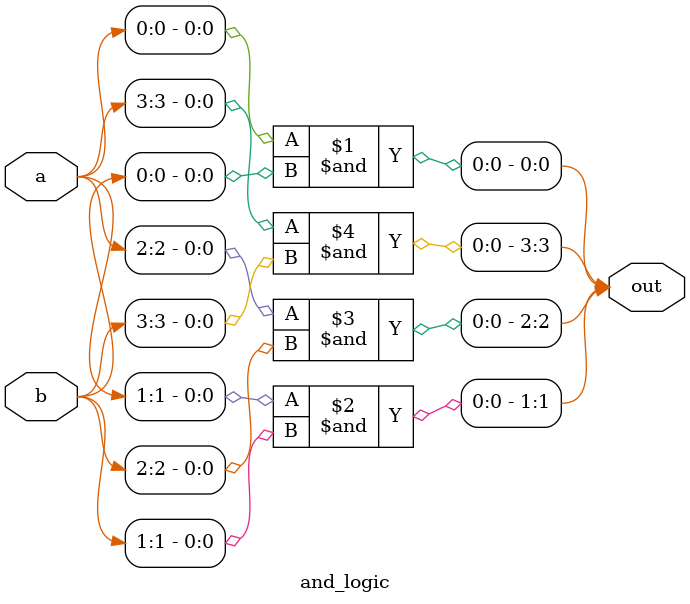
<source format=v>
module ALU_4BIT(a,b,finalout,cin,cout,ctrl);
input [3:0] a;
input [3:0] b;
output [3:0] finalout;
input cin;
output cout;
input [2:0] ctrl;

wire[3:0]value; 
wire[3:0]value3 ;
wire[3:0]value4;
wire[3:0]value5;
wire[3:0]value6;
wire value2;
wire [3:0]or1;
wire [3:0]and1;

adder_cum_sub a1(value,value2,a,b,cin);
assign cout=value2;
shl a6(a,value3);
shr a7(a,value4);
rotate_shifter_left a2(a,value5);
rotate_shifter_right a3(a,value6);
or_logic a4(a,b,or1);
and_logic a5(a,b,and1);



assign finalout[0]= (~(ctrl[0]))&((~(ctrl[1])))&(~(ctrl[2]))&(value[0])        |
                   ((ctrl[0]))&((~(ctrl[1])))&(~(ctrl[2]))&(value[0])          |
			         (~(ctrl[0]))&(((ctrl[1])))&(~(ctrl[2]))&(or1[0])	       |
			           ((ctrl[0]))&(((ctrl[1])))&(~(ctrl[2]))&(and1[0])        |
			             (~(ctrl[0]))&((~(ctrl[1])))&((ctrl[2]))&(value3[0])   |
			               ((ctrl[0]))&((~(ctrl[1])))&((ctrl[2]))&(value4[0])  |
						     (~(ctrl[0]))&(((ctrl[1])))&((ctrl[2]))&(value5[0])|
		                    	((ctrl[0]))&(((ctrl[1])))&((ctrl[2])&(value6[0]));
			                
							   
assign finalout[1]= (~(ctrl[0]))&((~(ctrl[1])))&(~(ctrl[2]))&(value[1])        |
                   ((ctrl[0]))&((~(ctrl[1])))&(~(ctrl[2]))&(value[1])          |
			         (~(ctrl[0]))&(((ctrl[1])))&(~(ctrl[2]))&(or1[1])	       |
			           ((ctrl[0]))&(((ctrl[1])))&(~(ctrl[2]))&(and1[1])        |
			             (~(ctrl[0]))&((~(ctrl[1])))&((ctrl[2]))&(value3[1])   |
			               ((ctrl[0]))&((~(ctrl[1])))&((ctrl[2]))&(value4[1])  |
						     (~(ctrl[0]))&(((ctrl[1])))&((ctrl[2]))&(value5[1])|
		                    	((ctrl[0]))&(((ctrl[1])))&((ctrl[2])&(value6[1]));


assign finalout[2]= (~(ctrl[0]))&((~(ctrl[1])))&(~(ctrl[2]))&(value[2])        |
                   ((ctrl[0]))&((~(ctrl[1])))&(~(ctrl[2]))&(value[2])          |
			         (~(ctrl[0]))&(((ctrl[1])))&(~(ctrl[2]))&(or1[2])	       |
			           ((ctrl[0]))&(((ctrl[1])))&(~(ctrl[2]))&(and1[2])        |
			             (~(ctrl[0]))&((~(ctrl[1])))&((ctrl[2]))&(value3[2])   |
			               ((ctrl[0]))&((~(ctrl[1])))&((ctrl[2]))&(value4[2])  |
						   (~(ctrl[0]))&(((ctrl[1])))&((ctrl[2]))&(value5[2])  |
		                    	((ctrl[0]))&(((ctrl[1])))&((ctrl[2])&(value6[2]));
						   
						   
assign finalout[3]= (~(ctrl[0]))&((~(ctrl[1])))&(~(ctrl[2]))&(value[3])        |
                   ((ctrl[0]))&((~(ctrl[1])))&(~(ctrl[2]))&(value[3])          |
			         (~(ctrl[0]))&(((ctrl[1])))&(~(ctrl[2]))&(or1[3])	       |
			           ((ctrl[0]))&(((ctrl[1])))&(~(ctrl[2]))&(and1[3])        |
			             (~(ctrl[0]))&((~(ctrl[1])))&((ctrl[2]))&(value3[3])   |
			               ((ctrl[0]))&((~(ctrl[1])))&((ctrl[2]))&(value4[3])  |
						   (~(ctrl[0]))&(((ctrl[1])))&((ctrl[2]))&(value5[3])  |
		                    	((ctrl[0]))&(((ctrl[1])))&((ctrl[2])&(value6[3]));
endmodule



module adder_cum_sub(s,cout,a,b,cin);
input [3:0] a,b;
input cin;
output [3:0] s;
output cout;
wire [2:0]w;
wire [3:0]b1;
wire x;

xor x1(b1[0],b[0],cin);
xor x2(b1[1],b[1],cin);
xor x3(b1[2],b[2],cin);
xor x4(b1[3],b[3],cin);


fa f1(a[0],b1[0],cin,s[0],w[0]);
fa f2(a[1],b1[1],w[0],s[1],w[1]);
fa f3(a[2],b1[2],w[1],s[2],w[2]);
fa f4(a[3],b1[3],w[2],s[3],x);

xor c1(cout,cin,x);
endmodule

module fa(x,y,z,sum,out);
input  x,y,z;
output out,sum;
wire w1,w2,w3;

xor x1(sum,x,y,z);
and a1(w1,x,y);
and a2(w2,x,z);
and a3(w3,y,z);
or o1(out,w1,w2,w3);
endmodule

module rotate_shifter_left(in,out);
input [3:0]in;
output [3:0]out;

assign out[0]=in[1];
assign out[1]=in[2];
assign out[2]=in[3];
assign out[3]=in[0];
endmodule


module rotate_shifter_right(in,out);
input [3:0]in;
output [3:0]out;

assign out[0]=in[3];
assign out[1]=in[0];
assign out[2]=in[1];
assign out[3]=in[2];
endmodule

module shl(in,out);
input [3:0]in;
output [3:0]out;

assign out[0]=in[1];
assign out[1]=in[2];
assign out[2]=in[3];
assign out[3]=1'b0;
endmodule


module shr(in,out);
input [3:0]in;
output [3:0]out;

assign out[0]=1'b0;
assign out[1]=in[0];
assign out[2]=in[1];
assign out[3]=in[2];
endmodule

module or_logic(a,b,out);
input [3:0]a;
input [3:0]b;
output [3:0]out;

or(out[0],a[0],b[0]);
or(out[1],a[1],b[1]);
or(out[2],a[2],b[2]);
or(out[3],a[3],b[3]);
endmodule

module and_logic(a,b,out);
input [3:0]a;
input [3:0]b;
output [3:0]out;

and(out[0],a[0],b[0]);
and(out[1],a[1],b[1]);
and(out[2],a[2],b[2]);
and(out[3],a[3],b[3]);
endmodule




	
</source>
